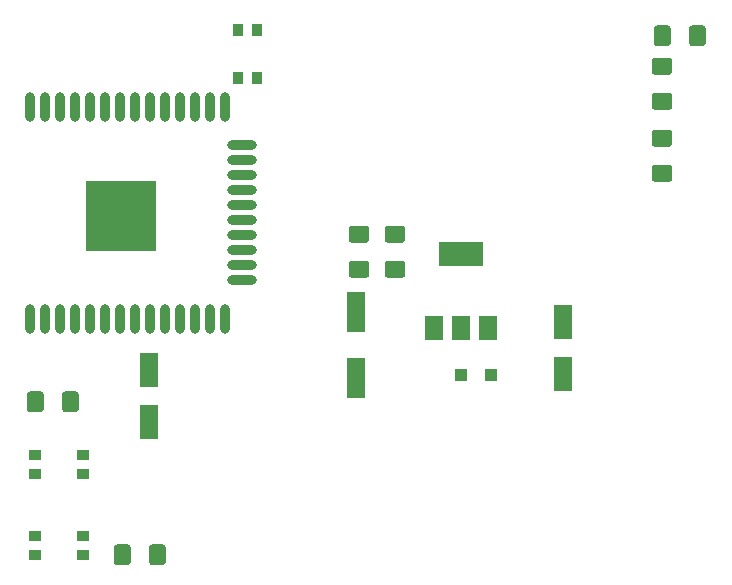
<source format=gtp>
G04 #@! TF.GenerationSoftware,KiCad,Pcbnew,5.1.6-c6e7f7d~87~ubuntu20.04.1*
G04 #@! TF.CreationDate,2020-07-23T13:09:22+02:00*
G04 #@! TF.ProjectId,lotusble,6c6f7475-7362-46c6-952e-6b696361645f,rev?*
G04 #@! TF.SameCoordinates,Original*
G04 #@! TF.FileFunction,Paste,Top*
G04 #@! TF.FilePolarity,Positive*
%FSLAX46Y46*%
G04 Gerber Fmt 4.6, Leading zero omitted, Abs format (unit mm)*
G04 Created by KiCad (PCBNEW 5.1.6-c6e7f7d~87~ubuntu20.04.1) date 2020-07-23 13:09:22*
%MOMM*%
%LPD*%
G01*
G04 APERTURE LIST*
%ADD10O,0.900000X2.500000*%
%ADD11O,2.500000X0.900000*%
%ADD12R,6.000000X6.000000*%
%ADD13R,1.600000X3.000000*%
%ADD14R,1.600000X3.500000*%
%ADD15R,1.000000X1.000000*%
%ADD16R,0.900000X1.000000*%
%ADD17R,1.000000X0.900000*%
%ADD18R,3.800000X2.000000*%
%ADD19R,1.500000X2.000000*%
G04 APERTURE END LIST*
D10*
X39962000Y-85488000D03*
X41232000Y-85488000D03*
X42502000Y-85488000D03*
X43772000Y-85488000D03*
X45042000Y-85488000D03*
X46312000Y-85488000D03*
X47582000Y-85488000D03*
X48852000Y-85488000D03*
X50122000Y-85488000D03*
X51392000Y-85488000D03*
X52662000Y-85488000D03*
X53932000Y-85488000D03*
X55202000Y-85488000D03*
X56472000Y-85488000D03*
D11*
X57962000Y-88773000D03*
X57962000Y-90043000D03*
X57962000Y-91313000D03*
X57962000Y-92583000D03*
X57962000Y-93853000D03*
X57962000Y-95123000D03*
X57962000Y-96393000D03*
X57962000Y-97663000D03*
X57962000Y-98933000D03*
X57962000Y-100203000D03*
D10*
X56472000Y-103488000D03*
X55202000Y-103488000D03*
X53932000Y-103488000D03*
X52662000Y-103488000D03*
X51392000Y-103488000D03*
X50122000Y-103488000D03*
X48852000Y-103488000D03*
X47582000Y-103488000D03*
X46312000Y-103488000D03*
X45042000Y-103488000D03*
X43772000Y-103488000D03*
X42502000Y-103488000D03*
X41232000Y-103488000D03*
X39962000Y-103488000D03*
D12*
X47662000Y-94788000D03*
D13*
X85090000Y-108118000D03*
X85090000Y-103718000D03*
D14*
X67564000Y-108464000D03*
X67564000Y-102864000D03*
D13*
X50038000Y-112182000D03*
X50038000Y-107782000D03*
G36*
G01*
X39710000Y-111115000D02*
X39710000Y-109865000D01*
G75*
G02*
X39960000Y-109615000I250000J0D01*
G01*
X40885000Y-109615000D01*
G75*
G02*
X41135000Y-109865000I0J-250000D01*
G01*
X41135000Y-111115000D01*
G75*
G02*
X40885000Y-111365000I-250000J0D01*
G01*
X39960000Y-111365000D01*
G75*
G02*
X39710000Y-111115000I0J250000D01*
G01*
G37*
G36*
G01*
X42685000Y-111115000D02*
X42685000Y-109865000D01*
G75*
G02*
X42935000Y-109615000I250000J0D01*
G01*
X43860000Y-109615000D01*
G75*
G02*
X44110000Y-109865000I0J-250000D01*
G01*
X44110000Y-111115000D01*
G75*
G02*
X43860000Y-111365000I-250000J0D01*
G01*
X42935000Y-111365000D01*
G75*
G02*
X42685000Y-111115000I0J250000D01*
G01*
G37*
D15*
X76474000Y-108204000D03*
X78974000Y-108204000D03*
G36*
G01*
X47076000Y-124069000D02*
X47076000Y-122819000D01*
G75*
G02*
X47326000Y-122569000I250000J0D01*
G01*
X48251000Y-122569000D01*
G75*
G02*
X48501000Y-122819000I0J-250000D01*
G01*
X48501000Y-124069000D01*
G75*
G02*
X48251000Y-124319000I-250000J0D01*
G01*
X47326000Y-124319000D01*
G75*
G02*
X47076000Y-124069000I0J250000D01*
G01*
G37*
G36*
G01*
X50051000Y-124069000D02*
X50051000Y-122819000D01*
G75*
G02*
X50301000Y-122569000I250000J0D01*
G01*
X51226000Y-122569000D01*
G75*
G02*
X51476000Y-122819000I0J-250000D01*
G01*
X51476000Y-124069000D01*
G75*
G02*
X51226000Y-124319000I-250000J0D01*
G01*
X50301000Y-124319000D01*
G75*
G02*
X50051000Y-124069000I0J250000D01*
G01*
G37*
G36*
G01*
X71491000Y-97015000D02*
X70241000Y-97015000D01*
G75*
G02*
X69991000Y-96765000I0J250000D01*
G01*
X69991000Y-95840000D01*
G75*
G02*
X70241000Y-95590000I250000J0D01*
G01*
X71491000Y-95590000D01*
G75*
G02*
X71741000Y-95840000I0J-250000D01*
G01*
X71741000Y-96765000D01*
G75*
G02*
X71491000Y-97015000I-250000J0D01*
G01*
G37*
G36*
G01*
X71491000Y-99990000D02*
X70241000Y-99990000D01*
G75*
G02*
X69991000Y-99740000I0J250000D01*
G01*
X69991000Y-98815000D01*
G75*
G02*
X70241000Y-98565000I250000J0D01*
G01*
X71491000Y-98565000D01*
G75*
G02*
X71741000Y-98815000I0J-250000D01*
G01*
X71741000Y-99740000D01*
G75*
G02*
X71491000Y-99990000I-250000J0D01*
G01*
G37*
G36*
G01*
X67193000Y-95590000D02*
X68443000Y-95590000D01*
G75*
G02*
X68693000Y-95840000I0J-250000D01*
G01*
X68693000Y-96765000D01*
G75*
G02*
X68443000Y-97015000I-250000J0D01*
G01*
X67193000Y-97015000D01*
G75*
G02*
X66943000Y-96765000I0J250000D01*
G01*
X66943000Y-95840000D01*
G75*
G02*
X67193000Y-95590000I250000J0D01*
G01*
G37*
G36*
G01*
X67193000Y-98565000D02*
X68443000Y-98565000D01*
G75*
G02*
X68693000Y-98815000I0J-250000D01*
G01*
X68693000Y-99740000D01*
G75*
G02*
X68443000Y-99990000I-250000J0D01*
G01*
X67193000Y-99990000D01*
G75*
G02*
X66943000Y-99740000I0J250000D01*
G01*
X66943000Y-98815000D01*
G75*
G02*
X67193000Y-98565000I250000J0D01*
G01*
G37*
D16*
X57620000Y-83076000D03*
X59220000Y-83076000D03*
X57620000Y-78976000D03*
X59220000Y-78976000D03*
D17*
X40368000Y-115024000D03*
X40368000Y-116624000D03*
X44468000Y-115024000D03*
X44468000Y-116624000D03*
X40368000Y-121882000D03*
X40368000Y-123482000D03*
X44468000Y-121882000D03*
X44468000Y-123482000D03*
D18*
X76454000Y-97942000D03*
D19*
X76454000Y-104242000D03*
X78754000Y-104242000D03*
X74154000Y-104242000D03*
G36*
G01*
X92847000Y-90437000D02*
X94097000Y-90437000D01*
G75*
G02*
X94347000Y-90687000I0J-250000D01*
G01*
X94347000Y-91612000D01*
G75*
G02*
X94097000Y-91862000I-250000J0D01*
G01*
X92847000Y-91862000D01*
G75*
G02*
X92597000Y-91612000I0J250000D01*
G01*
X92597000Y-90687000D01*
G75*
G02*
X92847000Y-90437000I250000J0D01*
G01*
G37*
G36*
G01*
X92847000Y-87462000D02*
X94097000Y-87462000D01*
G75*
G02*
X94347000Y-87712000I0J-250000D01*
G01*
X94347000Y-88637000D01*
G75*
G02*
X94097000Y-88887000I-250000J0D01*
G01*
X92847000Y-88887000D01*
G75*
G02*
X92597000Y-88637000I0J250000D01*
G01*
X92597000Y-87712000D01*
G75*
G02*
X92847000Y-87462000I250000J0D01*
G01*
G37*
G36*
G01*
X94221000Y-78877000D02*
X94221000Y-80127000D01*
G75*
G02*
X93971000Y-80377000I-250000J0D01*
G01*
X93046000Y-80377000D01*
G75*
G02*
X92796000Y-80127000I0J250000D01*
G01*
X92796000Y-78877000D01*
G75*
G02*
X93046000Y-78627000I250000J0D01*
G01*
X93971000Y-78627000D01*
G75*
G02*
X94221000Y-78877000I0J-250000D01*
G01*
G37*
G36*
G01*
X97196000Y-78877000D02*
X97196000Y-80127000D01*
G75*
G02*
X96946000Y-80377000I-250000J0D01*
G01*
X96021000Y-80377000D01*
G75*
G02*
X95771000Y-80127000I0J250000D01*
G01*
X95771000Y-78877000D01*
G75*
G02*
X96021000Y-78627000I250000J0D01*
G01*
X96946000Y-78627000D01*
G75*
G02*
X97196000Y-78877000I0J-250000D01*
G01*
G37*
G36*
G01*
X92847000Y-81366000D02*
X94097000Y-81366000D01*
G75*
G02*
X94347000Y-81616000I0J-250000D01*
G01*
X94347000Y-82541000D01*
G75*
G02*
X94097000Y-82791000I-250000J0D01*
G01*
X92847000Y-82791000D01*
G75*
G02*
X92597000Y-82541000I0J250000D01*
G01*
X92597000Y-81616000D01*
G75*
G02*
X92847000Y-81366000I250000J0D01*
G01*
G37*
G36*
G01*
X92847000Y-84341000D02*
X94097000Y-84341000D01*
G75*
G02*
X94347000Y-84591000I0J-250000D01*
G01*
X94347000Y-85516000D01*
G75*
G02*
X94097000Y-85766000I-250000J0D01*
G01*
X92847000Y-85766000D01*
G75*
G02*
X92597000Y-85516000I0J250000D01*
G01*
X92597000Y-84591000D01*
G75*
G02*
X92847000Y-84341000I250000J0D01*
G01*
G37*
M02*

</source>
